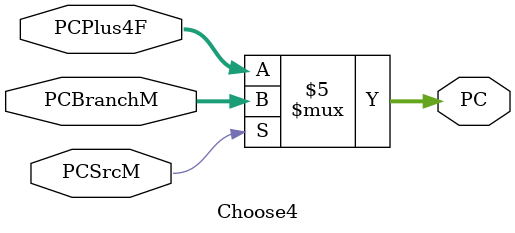
<source format=v>
`timescale 100fs/100fs

module Choose4(
    PCPlus4F,
    PCBranchM,
    PCSrcM,
    PC
);

input PCSrcM;
input [31:0] PCPlus4F,PCBranchM;
output reg[31:0] PC;
initial begin
  PC = 0;
end
always @(*) begin
    if (PCSrcM == 1)
        PC = PCBranchM;
    else
        PC = PCPlus4F;
end

endmodule // Choose3
</source>
